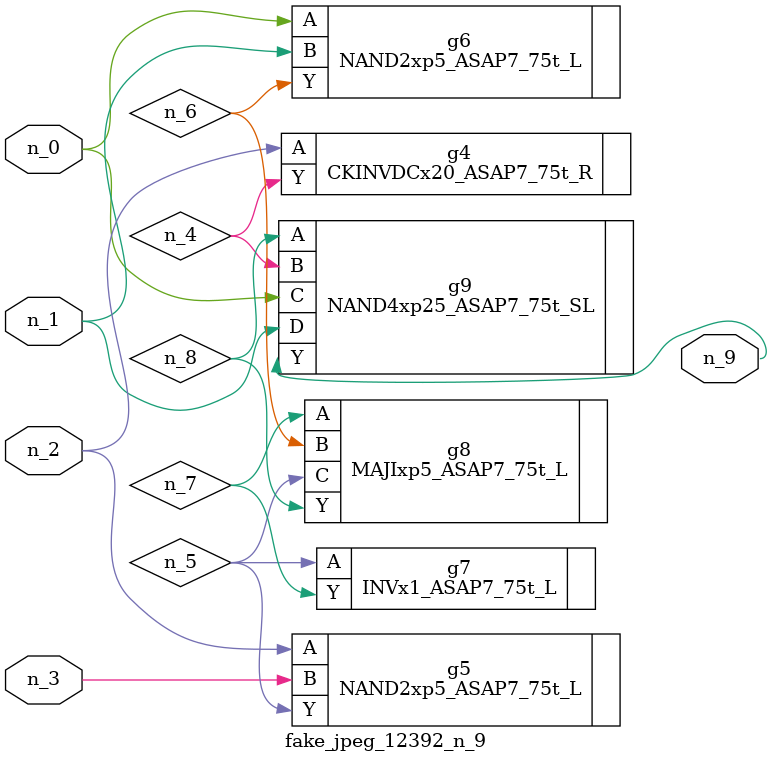
<source format=v>
module fake_jpeg_12392_n_9 (n_0, n_3, n_2, n_1, n_9);

input n_0;
input n_3;
input n_2;
input n_1;

output n_9;

wire n_4;
wire n_8;
wire n_6;
wire n_5;
wire n_7;

CKINVDCx20_ASAP7_75t_R g4 ( 
.A(n_2),
.Y(n_4)
);

NAND2xp5_ASAP7_75t_L g5 ( 
.A(n_2),
.B(n_3),
.Y(n_5)
);

NAND2xp5_ASAP7_75t_L g6 ( 
.A(n_0),
.B(n_1),
.Y(n_6)
);

INVx1_ASAP7_75t_L g7 ( 
.A(n_5),
.Y(n_7)
);

MAJIxp5_ASAP7_75t_L g8 ( 
.A(n_7),
.B(n_6),
.C(n_5),
.Y(n_8)
);

NAND4xp25_ASAP7_75t_SL g9 ( 
.A(n_8),
.B(n_4),
.C(n_0),
.D(n_1),
.Y(n_9)
);


endmodule
</source>
